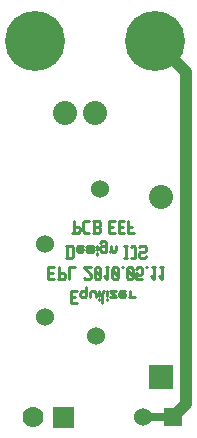
<source format=gbr>
G04 start of page 3 for group 1 idx 1 *
G04 Title: (unknown), solder *
G04 Creator: pcb 20110918 *
G04 CreationDate: Thu Mar  7 15:00:05 2013 UTC *
G04 For: fosse *
G04 Format: Gerber/RS-274X *
G04 PCB-Dimensions: 100000 200000 *
G04 PCB-Coordinate-Origin: lower left *
%MOIN*%
%FSLAX25Y25*%
%LNBOTTOM*%
%ADD37C,0.0790*%
%ADD36C,0.0320*%
%ADD35C,0.0380*%
%ADD34C,0.0500*%
%ADD33C,0.0350*%
%ADD32C,0.0700*%
%ADD31C,0.2000*%
%ADD30C,0.0800*%
%ADD29C,0.0600*%
%ADD28C,0.0001*%
%ADD27C,0.0100*%
%ADD26C,0.0250*%
%ADD25C,0.0400*%
G54D25*X76000Y34500D02*X80500Y39000D01*
X33500Y92193D02*Y92000D01*
G54D26*X66000Y34500D02*X76000D01*
G54D25*X80500Y39000D02*Y149500D01*
X70000Y160000D01*
G54D27*X42000Y74470D02*X43485D01*
X42000Y76450D02*X43980D01*
X42000Y72490D02*Y76450D01*
Y72490D02*X43980D01*
X47148Y74965D02*Y77935D01*
X46653Y74470D02*X47148Y74965D01*
X45663Y74470D02*X46653D01*
X45168Y74965D02*X45663Y74470D01*
X45168Y74965D02*Y75955D01*
X45663Y76450D01*
X46653D01*
X47148Y75955D01*
X48336Y74470D02*Y75955D01*
X48831Y76450D01*
X49821D01*
X50316Y75955D01*
Y74470D02*Y75955D01*
X51504Y73480D02*Y73975D01*
Y74965D02*Y76450D01*
X52494Y72490D02*Y75955D01*
X52989Y76450D01*
X53979Y73480D02*Y73975D01*
Y74965D02*Y76450D01*
X54969Y74470D02*X56949D01*
X54969Y76450D02*X56949Y74470D01*
X54969Y76450D02*X56949D01*
X58632D02*X60117D01*
X58137Y75955D02*X58632Y76450D01*
X58137Y74965D02*Y75955D01*
Y74965D02*X58632Y74470D01*
X59622D01*
X60117Y74965D01*
X58137Y75460D02*X60117D01*
Y74965D02*Y75460D01*
X61800Y74965D02*Y76450D01*
Y74965D02*X62295Y74470D01*
X63285D01*
X61305D02*X61800Y74965D01*
X34500Y82470D02*X35985D01*
X34500Y84450D02*X36480D01*
X34500Y80490D02*Y84450D01*
Y80490D02*X36480D01*
X38163D02*Y84450D01*
X37668Y80490D02*X39648D01*
X40143Y80985D01*
Y81975D01*
X39648Y82470D02*X40143Y81975D01*
X38163Y82470D02*X39648D01*
X41331Y80490D02*Y84450D01*
X43311D01*
X46281Y80985D02*X46776Y80490D01*
X48261D01*
X48756Y80985D01*
Y81975D01*
X46281Y84450D02*X48756Y81975D01*
X46281Y84450D02*X48756D01*
X49944Y83955D02*X50439Y84450D01*
X49944Y80985D02*Y83955D01*
Y80985D02*X50439Y80490D01*
X51429D01*
X51924Y80985D01*
Y83955D01*
X51429Y84450D02*X51924Y83955D01*
X50439Y84450D02*X51429D01*
X49944Y83460D02*X51924Y81480D01*
X53607Y84450D02*X54597D01*
X54102Y80490D02*Y84450D01*
X53112Y81480D02*X54102Y80490D01*
X55785Y83955D02*X56280Y84450D01*
X55785Y80985D02*Y83955D01*
Y80985D02*X56280Y80490D01*
X57270D01*
X57765Y80985D01*
Y83955D01*
X57270Y84450D02*X57765Y83955D01*
X56280Y84450D02*X57270D01*
X55785Y83460D02*X57765Y81480D01*
X58953Y84450D02*X59448D01*
X60636Y83955D02*X61131Y84450D01*
X60636Y80985D02*Y83955D01*
Y80985D02*X61131Y80490D01*
X62121D01*
X62616Y80985D01*
Y83955D01*
X62121Y84450D02*X62616Y83955D01*
X61131Y84450D02*X62121D01*
X60636Y83460D02*X62616Y81480D01*
X63804Y80490D02*X65784D01*
X63804D02*Y82470D01*
X64299Y81975D01*
X65289D01*
X65784Y82470D01*
Y83955D01*
X65289Y84450D02*X65784Y83955D01*
X64299Y84450D02*X65289D01*
X63804Y83955D02*X64299Y84450D01*
X66972D02*X67467D01*
X69150D02*X70140D01*
X69645Y80490D02*Y84450D01*
X68655Y81480D02*X69645Y80490D01*
X71823Y84450D02*X72813D01*
X72318Y80490D02*Y84450D01*
X71328Y81480D02*X72318Y80490D01*
X40802Y87683D02*Y91643D01*
X42287Y87683D02*X42782Y88178D01*
Y91148D01*
X42287Y91643D02*X42782Y91148D01*
X40307Y91643D02*X42287D01*
X40307Y87683D02*X42287D01*
X44465Y91643D02*X45950D01*
X43970Y91148D02*X44465Y91643D01*
X43970Y90158D02*Y91148D01*
Y90158D02*X44465Y89663D01*
X45455D01*
X45950Y90158D01*
X43970Y90653D02*X45950D01*
Y90158D02*Y90653D01*
X47633Y91643D02*X49118D01*
X49613Y91148D01*
X49118Y90653D02*X49613Y91148D01*
X47633Y90653D02*X49118D01*
X47138Y90158D02*X47633Y90653D01*
X47138Y90158D02*X47633Y89663D01*
X49118D01*
X49613Y90158D01*
X47138Y91148D02*X47633Y91643D01*
X50801Y88673D02*Y89168D01*
Y90158D02*Y91643D01*
X53276Y89663D02*X53771Y90158D01*
X52286Y89663D02*X53276D01*
X51791Y90158D02*X52286Y89663D01*
X51791Y90158D02*Y91148D01*
X52286Y91643D01*
X53276D01*
X53771Y91148D01*
X51791Y92633D02*X52286Y93128D01*
X53276D01*
X53771Y92633D01*
Y89663D02*Y92633D01*
X55454Y90158D02*Y91643D01*
Y90158D02*X55949Y89663D01*
X56444D01*
X56939Y90158D01*
Y91643D01*
X54959Y89663D02*X55454Y90158D01*
X59909Y87683D02*X60899D01*
X60404D02*Y91643D01*
X59909D02*X60899D01*
X62087Y87683D02*X63572D01*
Y91148D01*
X63077Y91643D02*X63572Y91148D01*
X62582Y91643D02*X63077D01*
X62087Y91148D02*X62582Y91643D01*
X66740Y87683D02*X67235Y88178D01*
X65255Y87683D02*X66740D01*
X64760Y88178D02*X65255Y87683D01*
X64760Y88178D02*Y89168D01*
X65255Y89663D01*
X66740D01*
X67235Y90158D01*
Y91148D01*
X66740Y91643D02*X67235Y91148D01*
X65255Y91643D02*X66740D01*
X64760Y91148D02*X65255Y91643D01*
X42995Y95990D02*Y99950D01*
X42500Y95990D02*X44480D01*
X44975Y96485D01*
Y97475D01*
X44480Y97970D02*X44975Y97475D01*
X42995Y97970D02*X44480D01*
X46658Y99950D02*X48143D01*
X46163Y99455D02*X46658Y99950D01*
X46163Y96485D02*Y99455D01*
Y96485D02*X46658Y95990D01*
X48143D01*
X49331Y99950D02*X51311D01*
X51806Y99455D01*
Y98465D02*Y99455D01*
X51311Y97970D02*X51806Y98465D01*
X49826Y97970D02*X51311D01*
X49826Y95990D02*Y99950D01*
X49331Y95990D02*X51311D01*
X51806Y96485D01*
Y97475D01*
X51311Y97970D02*X51806Y97475D01*
X54776Y97970D02*X56261D01*
X54776Y99950D02*X56756D01*
X54776Y95990D02*Y99950D01*
Y95990D02*X56756D01*
X57944Y97970D02*X59429D01*
X57944Y99950D02*X59924D01*
X57944Y95990D02*Y99950D01*
Y95990D02*X59924D01*
X61112D02*Y99950D01*
Y95990D02*X63092D01*
X61112Y97970D02*X62597D01*
G54D28*G36*
X68000Y52000D02*Y44000D01*
X76000D01*
Y52000D01*
X68000D01*
G37*
G36*
X36000Y38000D02*Y31000D01*
X43000D01*
Y38000D01*
X36000D01*
G37*
G54D29*X66000Y34500D03*
G54D30*X40000Y136000D03*
G54D31*X30000Y160000D03*
G54D30*X50000Y136000D03*
G54D31*X70000Y160000D03*
G54D30*X72000Y108000D03*
G54D32*X29500Y34500D03*
G54D28*G36*
X73000Y37500D02*Y31500D01*
X79000D01*
Y37500D01*
X73000D01*
G37*
G54D29*X33500Y67900D03*
X50500Y61500D03*
X33500Y92193D03*
X51807Y110500D03*
G54D33*G54D34*G54D35*G54D36*G54D37*G54D36*G54D37*G54D34*G54D35*M02*

</source>
